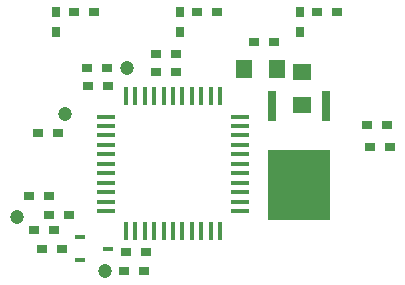
<source format=gbr>
G04 DipTrace 2.4.0.2*
%INTopPaste.gbr*%
%MOIN*%
%ADD31C,0.0472*%
%ADD46R,0.2106X0.2343*%
%ADD48R,0.0315X0.1004*%
%ADD50R,0.0118X0.063*%
%ADD52R,0.063X0.0118*%
%ADD56R,0.0315X0.0354*%
%ADD60R,0.0335X0.0177*%
%ADD68R,0.0551X0.063*%
%ADD70R,0.063X0.0551*%
%ADD72R,0.0354X0.0315*%
%FSLAX44Y44*%
G04*
G70*
G90*
G75*
G01*
%LNTopPaste*%
%LPD*%
D72*
X6440Y7013D3*
X5771D3*
X13940Y12138D3*
X13271D3*
X9690Y5138D3*
X9021D3*
X10690Y11763D3*
X10021D3*
X6440Y6388D3*
X7109D3*
X10690Y11138D3*
X10021D3*
X7712Y11292D3*
X8382D3*
D70*
X14877Y11138D3*
Y10035D3*
D68*
X14065Y11263D3*
X12963D3*
D72*
X17065Y9388D3*
X17734D3*
D60*
X7502Y5638D3*
Y4890D3*
X8408Y5264D3*
D72*
X17815Y8638D3*
X17146D3*
X5940Y5888D3*
X6609D3*
X6877Y5263D3*
X6208D3*
X8940Y4513D3*
X9609D3*
X6739Y9110D3*
X6070D3*
D56*
X14815Y13138D3*
Y12468D3*
X10815Y13138D3*
Y12468D3*
X6690Y13138D3*
Y12468D3*
D72*
X12065Y13138D3*
X11396D3*
X7940D3*
X7271D3*
X16065D3*
X15396D3*
X7757Y10678D3*
X8426D3*
D31*
X6992Y9735D3*
X5377Y6325D3*
X8315Y4513D3*
X9044Y11283D3*
D52*
X12831Y6516D3*
Y6831D3*
Y7146D3*
Y7461D3*
Y7776D3*
Y8091D3*
Y8406D3*
Y8721D3*
Y9036D3*
Y9351D3*
Y9666D3*
D50*
X12161Y10335D3*
X11846D3*
X11532D3*
X11217D3*
X10902D3*
X10587D3*
X10272D3*
X9957D3*
X9642D3*
X9327D3*
X9012D3*
D52*
X8343Y9666D3*
Y9351D3*
Y9036D3*
Y8721D3*
Y8406D3*
Y8091D3*
Y7776D3*
Y7461D3*
Y7146D3*
Y6831D3*
Y6516D3*
D50*
X9012Y5847D3*
X9327D3*
X9642D3*
X9957D3*
X10272D3*
X10587D3*
X10902D3*
X11217D3*
X11532D3*
X11846D3*
X12161D3*
D48*
X15690Y10013D3*
X13895D3*
D46*
X14792Y7375D3*
M02*

</source>
